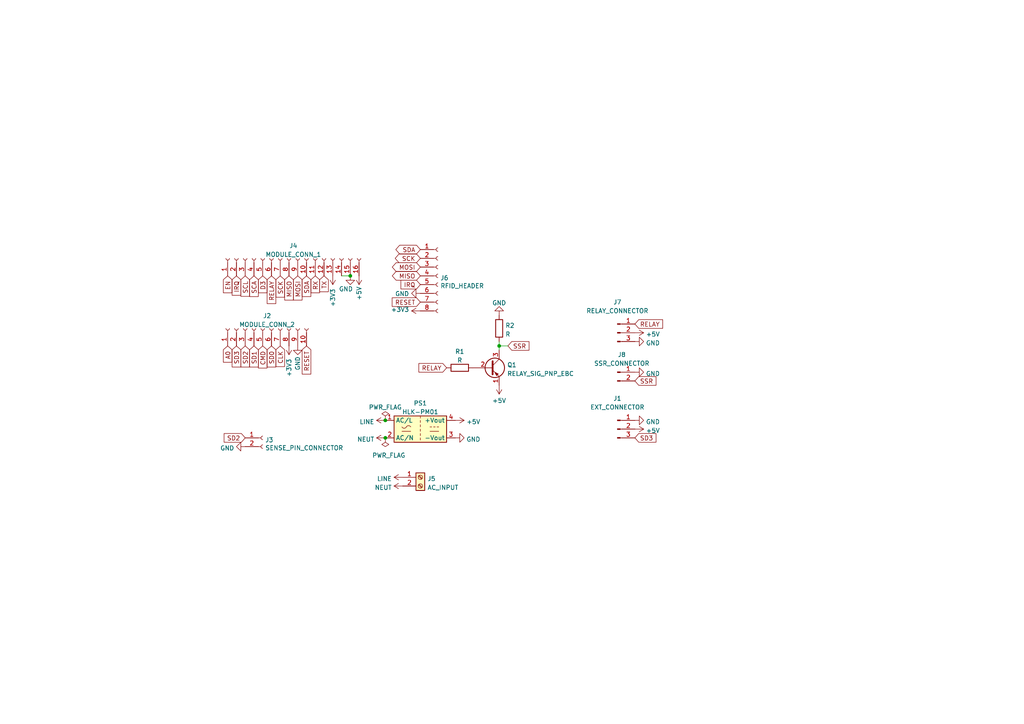
<source format=kicad_sch>
(kicad_sch (version 20211123) (generator eeschema)
  (paper "A4")
  (lib_symbols
    (symbol "Connector:Conn_01x02_Female" (pin_names (offset 1.016) hide)
      (property "Reference" "J" (at 0 2.54 0))
      (property "Value" "Conn_01x02_Female" (at 0 -5.08 0))
      (symbol "Conn_01x02_Female_1_1"
        (arc (start 0 -2.032) (mid -0.508 -2.54) (end 0 -3.048) (stroke (width 0.1524)))
        (polyline (pts (xy -1.27 -2.54) (xy -0.508 -2.54)) (stroke (width 0.1524)))
        (polyline (pts (xy -1.27 0) (xy -0.508 0)) (stroke (width 0.1524)))
        (arc (start 0 0.508) (mid -0.508 0) (end 0 -0.508) (stroke (width 0.1524)))
        (pin passive line (at -5.08 0 0) (length 3.81) (name "Pin_1") (number "1"))
        (pin passive line (at -5.08 -2.54 0) (length 3.81) (name "Pin_2") (number "2"))
      )
    )
    (symbol "Connector:Conn_01x02_Male" (pin_names (offset 1.016) hide)
      (property "Reference" "J" (at 0 2.54 0))
      (property "Value" "Conn_01x02_Male" (at 0 -5.08 0))
      (symbol "Conn_01x02_Male_1_1"
        (polyline (pts (xy 1.27 -2.54) (xy 0.8636 -2.54)) (stroke (width 0.1524)))
        (polyline (pts (xy 1.27 0) (xy 0.8636 0)) (stroke (width 0.1524)))
        (rectangle (start 0.8636 -2.413) (end 0 -2.667) (stroke (width 0.1524)) (fill (type outline)))
        (rectangle (start 0.8636 0.127) (end 0 -0.127) (stroke (width 0.1524)) (fill (type outline)))
        (pin passive line (at 5.08 0 180) (length 3.81) (name "Pin_1") (number "1"))
        (pin passive line (at 5.08 -2.54 180) (length 3.81) (name "Pin_2") (number "2"))
      )
    )
    (symbol "Connector:Conn_01x03_Male" (pin_names (offset 1.016) hide)
      (property "Reference" "J" (at 0 5.08 0))
      (property "Value" "Conn_01x03_Male" (at 0 -5.08 0))
      (symbol "Conn_01x03_Male_1_1"
        (polyline (pts (xy 1.27 -2.54) (xy 0.8636 -2.54)) (stroke (width 0.1524)))
        (polyline (pts (xy 1.27 0) (xy 0.8636 0)) (stroke (width 0.1524)))
        (polyline (pts (xy 1.27 2.54) (xy 0.8636 2.54)) (stroke (width 0.1524)))
        (rectangle (start 0.8636 -2.413) (end 0 -2.667) (stroke (width 0.1524)) (fill (type outline)))
        (rectangle (start 0.8636 0.127) (end 0 -0.127) (stroke (width 0.1524)) (fill (type outline)))
        (rectangle (start 0.8636 2.667) (end 0 2.413) (stroke (width 0.1524)) (fill (type outline)))
        (pin passive line (at 5.08 2.54 180) (length 3.81) (name "Pin_1") (number "1"))
        (pin passive line (at 5.08 0 180) (length 3.81) (name "Pin_2") (number "2"))
        (pin passive line (at 5.08 -2.54 180) (length 3.81) (name "Pin_3") (number "3"))
      )
    )
    (symbol "Connector:Conn_01x08_Female" (pin_names (offset 1.016) hide)
      (property "Reference" "J" (at 0 10.16 0))
      (property "Value" "Conn_01x08_Female" (at 0 -12.7 0))
      (symbol "Conn_01x08_Female_1_1"
        (arc (start 0 -9.652) (mid -0.508 -10.16) (end 0 -10.668) (stroke (width 0.1524)))
        (arc (start 0 -7.112) (mid -0.508 -7.62) (end 0 -8.128) (stroke (width 0.1524)))
        (arc (start 0 -4.572) (mid -0.508 -5.08) (end 0 -5.588) (stroke (width 0.1524)))
        (arc (start 0 -2.032) (mid -0.508 -2.54) (end 0 -3.048) (stroke (width 0.1524)))
        (polyline (pts (xy -1.27 -10.16) (xy -0.508 -10.16)) (stroke (width 0.1524)))
        (polyline (pts (xy -1.27 -7.62) (xy -0.508 -7.62)) (stroke (width 0.1524)))
        (polyline (pts (xy -1.27 -5.08) (xy -0.508 -5.08)) (stroke (width 0.1524)))
        (polyline (pts (xy -1.27 -2.54) (xy -0.508 -2.54)) (stroke (width 0.1524)))
        (polyline (pts (xy -1.27 0) (xy -0.508 0)) (stroke (width 0.1524)))
        (polyline (pts (xy -1.27 2.54) (xy -0.508 2.54)) (stroke (width 0.1524)))
        (polyline (pts (xy -1.27 5.08) (xy -0.508 5.08)) (stroke (width 0.1524)))
        (polyline (pts (xy -1.27 7.62) (xy -0.508 7.62)) (stroke (width 0.1524)))
        (arc (start 0 0.508) (mid -0.508 0) (end 0 -0.508) (stroke (width 0.1524)))
        (arc (start 0 3.048) (mid -0.508 2.54) (end 0 2.032) (stroke (width 0.1524)))
        (arc (start 0 5.588) (mid -0.508 5.08) (end 0 4.572) (stroke (width 0.1524)))
        (arc (start 0 8.128) (mid -0.508 7.62) (end 0 7.112) (stroke (width 0.1524)))
        (pin passive line (at -5.08 7.62 0) (length 3.81) (name "Pin_1") (number "1"))
        (pin passive line (at -5.08 5.08 0) (length 3.81) (name "Pin_2") (number "2"))
        (pin passive line (at -5.08 2.54 0) (length 3.81) (name "Pin_3") (number "3"))
        (pin passive line (at -5.08 0 0) (length 3.81) (name "Pin_4") (number "4"))
        (pin passive line (at -5.08 -2.54 0) (length 3.81) (name "Pin_5") (number "5"))
        (pin passive line (at -5.08 -5.08 0) (length 3.81) (name "Pin_6") (number "6"))
        (pin passive line (at -5.08 -7.62 0) (length 3.81) (name "Pin_7") (number "7"))
        (pin passive line (at -5.08 -10.16 0) (length 3.81) (name "Pin_8") (number "8"))
      )
    )
    (symbol "Connector:Conn_01x10_Female" (pin_names (offset 1.016) hide)
      (property "Reference" "J" (at 0 12.7 0))
      (property "Value" "Conn_01x10_Female" (at 0 -15.24 0))
      (symbol "Conn_01x10_Female_1_1"
        (arc (start 0 -12.192) (mid -0.508 -12.7) (end 0 -13.208) (stroke (width 0.1524)))
        (arc (start 0 -9.652) (mid -0.508 -10.16) (end 0 -10.668) (stroke (width 0.1524)))
        (arc (start 0 -7.112) (mid -0.508 -7.62) (end 0 -8.128) (stroke (width 0.1524)))
        (arc (start 0 -4.572) (mid -0.508 -5.08) (end 0 -5.588) (stroke (width 0.1524)))
        (arc (start 0 -2.032) (mid -0.508 -2.54) (end 0 -3.048) (stroke (width 0.1524)))
        (polyline (pts (xy -1.27 -12.7) (xy -0.508 -12.7)) (stroke (width 0.1524)))
        (polyline (pts (xy -1.27 -10.16) (xy -0.508 -10.16)) (stroke (width 0.1524)))
        (polyline (pts (xy -1.27 -7.62) (xy -0.508 -7.62)) (stroke (width 0.1524)))
        (polyline (pts (xy -1.27 -5.08) (xy -0.508 -5.08)) (stroke (width 0.1524)))
        (polyline (pts (xy -1.27 -2.54) (xy -0.508 -2.54)) (stroke (width 0.1524)))
        (polyline (pts (xy -1.27 0) (xy -0.508 0)) (stroke (width 0.1524)))
        (polyline (pts (xy -1.27 2.54) (xy -0.508 2.54)) (stroke (width 0.1524)))
        (polyline (pts (xy -1.27 5.08) (xy -0.508 5.08)) (stroke (width 0.1524)))
        (polyline (pts (xy -1.27 7.62) (xy -0.508 7.62)) (stroke (width 0.1524)))
        (polyline (pts (xy -1.27 10.16) (xy -0.508 10.16)) (stroke (width 0.1524)))
        (arc (start 0 0.508) (mid -0.508 0) (end 0 -0.508) (stroke (width 0.1524)))
        (arc (start 0 3.048) (mid -0.508 2.54) (end 0 2.032) (stroke (width 0.1524)))
        (arc (start 0 5.588) (mid -0.508 5.08) (end 0 4.572) (stroke (width 0.1524)))
        (arc (start 0 8.128) (mid -0.508 7.62) (end 0 7.112) (stroke (width 0.1524)))
        (arc (start 0 10.668) (mid -0.508 10.16) (end 0 9.652) (stroke (width 0.1524)))
        (pin passive line (at -5.08 10.16 0) (length 3.81) (name "Pin_1") (number "1"))
        (pin passive line (at -5.08 -12.7 0) (length 3.81) (name "Pin_10") (number "10"))
        (pin passive line (at -5.08 7.62 0) (length 3.81) (name "Pin_2") (number "2"))
        (pin passive line (at -5.08 5.08 0) (length 3.81) (name "Pin_3") (number "3"))
        (pin passive line (at -5.08 2.54 0) (length 3.81) (name "Pin_4") (number "4"))
        (pin passive line (at -5.08 0 0) (length 3.81) (name "Pin_5") (number "5"))
        (pin passive line (at -5.08 -2.54 0) (length 3.81) (name "Pin_6") (number "6"))
        (pin passive line (at -5.08 -5.08 0) (length 3.81) (name "Pin_7") (number "7"))
        (pin passive line (at -5.08 -7.62 0) (length 3.81) (name "Pin_8") (number "8"))
        (pin passive line (at -5.08 -10.16 0) (length 3.81) (name "Pin_9") (number "9"))
      )
    )
    (symbol "Connector:Conn_01x16_Female" (pin_names (offset 1.016) hide)
      (property "Reference" "J" (at 0 20.32 0))
      (property "Value" "Conn_01x16_Female" (at 0 -22.86 0))
      (symbol "Conn_01x16_Female_1_1"
        (arc (start 0 -19.812) (mid -0.508 -20.32) (end 0 -20.828) (stroke (width 0.1524)))
        (arc (start 0 -17.272) (mid -0.508 -17.78) (end 0 -18.288) (stroke (width 0.1524)))
        (arc (start 0 -14.732) (mid -0.508 -15.24) (end 0 -15.748) (stroke (width 0.1524)))
        (arc (start 0 -12.192) (mid -0.508 -12.7) (end 0 -13.208) (stroke (width 0.1524)))
        (arc (start 0 -9.652) (mid -0.508 -10.16) (end 0 -10.668) (stroke (width 0.1524)))
        (arc (start 0 -7.112) (mid -0.508 -7.62) (end 0 -8.128) (stroke (width 0.1524)))
        (arc (start 0 -4.572) (mid -0.508 -5.08) (end 0 -5.588) (stroke (width 0.1524)))
        (arc (start 0 -2.032) (mid -0.508 -2.54) (end 0 -3.048) (stroke (width 0.1524)))
        (polyline (pts (xy -1.27 -20.32) (xy -0.508 -20.32)) (stroke (width 0.1524)))
        (polyline (pts (xy -1.27 -17.78) (xy -0.508 -17.78)) (stroke (width 0.1524)))
        (polyline (pts (xy -1.27 -15.24) (xy -0.508 -15.24)) (stroke (width 0.1524)))
        (polyline (pts (xy -1.27 -12.7) (xy -0.508 -12.7)) (stroke (width 0.1524)))
        (polyline (pts (xy -1.27 -10.16) (xy -0.508 -10.16)) (stroke (width 0.1524)))
        (polyline (pts (xy -1.27 -7.62) (xy -0.508 -7.62)) (stroke (width 0.1524)))
        (polyline (pts (xy -1.27 -5.08) (xy -0.508 -5.08)) (stroke (width 0.1524)))
        (polyline (pts (xy -1.27 -2.54) (xy -0.508 -2.54)) (stroke (width 0.1524)))
        (polyline (pts (xy -1.27 0) (xy -0.508 0)) (stroke (width 0.1524)))
        (polyline (pts (xy -1.27 2.54) (xy -0.508 2.54)) (stroke (width 0.1524)))
        (polyline (pts (xy -1.27 5.08) (xy -0.508 5.08)) (stroke (width 0.1524)))
        (polyline (pts (xy -1.27 7.62) (xy -0.508 7.62)) (stroke (width 0.1524)))
        (polyline (pts (xy -1.27 10.16) (xy -0.508 10.16)) (stroke (width 0.1524)))
        (polyline (pts (xy -1.27 12.7) (xy -0.508 12.7)) (stroke (width 0.1524)))
        (polyline (pts (xy -1.27 15.24) (xy -0.508 15.24)) (stroke (width 0.1524)))
        (polyline (pts (xy -1.27 17.78) (xy -0.508 17.78)) (stroke (width 0.1524)))
        (arc (start 0 0.508) (mid -0.508 0) (end 0 -0.508) (stroke (width 0.1524)))
        (arc (start 0 3.048) (mid -0.508 2.54) (end 0 2.032) (stroke (width 0.1524)))
        (arc (start 0 5.588) (mid -0.508 5.08) (end 0 4.572) (stroke (width 0.1524)))
        (arc (start 0 8.128) (mid -0.508 7.62) (end 0 7.112) (stroke (width 0.1524)))
        (arc (start 0 10.668) (mid -0.508 10.16) (end 0 9.652) (stroke (width 0.1524)))
        (arc (start 0 13.208) (mid -0.508 12.7) (end 0 12.192) (stroke (width 0.1524)))
        (arc (start 0 15.748) (mid -0.508 15.24) (end 0 14.732) (stroke (width 0.1524)))
        (arc (start 0 18.288) (mid -0.508 17.78) (end 0 17.272) (stroke (width 0.1524)))
        (pin passive line (at -5.08 17.78 0) (length 3.81) (name "Pin_1") (number "1"))
        (pin passive line (at -5.08 -5.08 0) (length 3.81) (name "Pin_10") (number "10"))
        (pin passive line (at -5.08 -7.62 0) (length 3.81) (name "Pin_11") (number "11"))
        (pin passive line (at -5.08 -10.16 0) (length 3.81) (name "Pin_12") (number "12"))
        (pin passive line (at -5.08 -12.7 0) (length 3.81) (name "Pin_13") (number "13"))
        (pin passive line (at -5.08 -15.24 0) (length 3.81) (name "Pin_14") (number "14"))
        (pin passive line (at -5.08 -17.78 0) (length 3.81) (name "Pin_15") (number "15"))
        (pin passive line (at -5.08 -20.32 0) (length 3.81) (name "Pin_16") (number "16"))
        (pin passive line (at -5.08 15.24 0) (length 3.81) (name "Pin_2") (number "2"))
        (pin passive line (at -5.08 12.7 0) (length 3.81) (name "Pin_3") (number "3"))
        (pin passive line (at -5.08 10.16 0) (length 3.81) (name "Pin_4") (number "4"))
        (pin passive line (at -5.08 7.62 0) (length 3.81) (name "Pin_5") (number "5"))
        (pin passive line (at -5.08 5.08 0) (length 3.81) (name "Pin_6") (number "6"))
        (pin passive line (at -5.08 2.54 0) (length 3.81) (name "Pin_7") (number "7"))
        (pin passive line (at -5.08 0 0) (length 3.81) (name "Pin_8") (number "8"))
        (pin passive line (at -5.08 -2.54 0) (length 3.81) (name "Pin_9") (number "9"))
      )
    )
    (symbol "Connector:Screw_Terminal_01x02" (pin_names (offset 1.016) hide)
      (property "Reference" "J" (at 0 2.54 0))
      (property "Value" "Screw_Terminal_01x02" (at 0 -5.08 0))
      (symbol "Screw_Terminal_01x02_1_1"
        (rectangle (start -1.27 1.27) (end 1.27 -3.81) (stroke (width 0.254)) (fill (type background)))
        (circle (center 0 -2.54) (radius 0.635) (stroke (width 0.1524)))
        (polyline (pts (xy -0.5334 -2.2098) (xy 0.3302 -3.048)) (stroke (width 0.1524)))
        (polyline (pts (xy -0.5334 0.3302) (xy 0.3302 -0.508)) (stroke (width 0.1524)))
        (polyline (pts (xy -0.3556 -2.032) (xy 0.508 -2.8702)) (stroke (width 0.1524)))
        (polyline (pts (xy -0.3556 0.508) (xy 0.508 -0.3302)) (stroke (width 0.1524)))
        (circle (center 0 0) (radius 0.635) (stroke (width 0.1524)))
        (pin passive line (at -5.08 0 0) (length 3.81) (name "Pin_1") (number "1"))
        (pin passive line (at -5.08 -2.54 0) (length 3.81) (name "Pin_2") (number "2"))
      )
    )
    (symbol "Converter_ACDC:HLK-PM01"
      (property "Reference" "PS" (at 0 5.08 0))
      (property "Value" "HLK-PM01" (at 0 -5.08 0))
      (symbol "HLK-PM01_0_1"
        (rectangle (start -7.62 3.81) (end 7.62 -3.81) (stroke (width 0.254)) (fill (type background)))
        (arc (start -5.334 0.635) (mid -4.699 0.2495) (end -4.064 0.635))
        (arc (start -2.794 0.635) (mid -3.429 1.0072) (end -4.064 0.635))
        (polyline (pts (xy -5.334 -0.635) (xy -2.794 -0.635)))
        (polyline (pts (xy 0 -2.54) (xy 0 -3.175)))
        (polyline (pts (xy 0 -1.27) (xy 0 -1.905)))
        (polyline (pts (xy 0 0) (xy 0 -0.635)))
        (polyline (pts (xy 0 1.27) (xy 0 0.635)))
        (polyline (pts (xy 0 2.54) (xy 0 1.905)))
        (polyline (pts (xy 0 3.81) (xy 0 3.175)))
        (polyline (pts (xy 2.794 -0.635) (xy 5.334 -0.635)))
        (polyline (pts (xy 2.794 0.635) (xy 3.302 0.635)))
        (polyline (pts (xy 3.81 0.635) (xy 4.318 0.635)))
        (polyline (pts (xy 4.826 0.635) (xy 5.334 0.635)))
      )
      (symbol "HLK-PM01_1_1"
        (pin power_in line (at -10.16 2.54 0) (length 2.54) (name "AC/L") (number "1"))
        (pin power_in line (at -10.16 -2.54 0) (length 2.54) (name "AC/N") (number "2"))
        (pin power_out line (at 10.16 -2.54 180) (length 2.54) (name "-Vout") (number "3"))
        (pin power_out line (at 10.16 2.54 180) (length 2.54) (name "+Vout") (number "4"))
      )
    )
    (symbol "Device:Q_PNP_EBC" (pin_names (offset 0) hide)
      (property "Reference" "Q" (at 5.08 1.27 0))
      (property "Value" "Q_PNP_EBC" (at 5.08 -1.27 0))
      (symbol "Q_PNP_EBC_0_1"
        (polyline (pts (xy 0.635 0.635) (xy 2.54 2.54)))
        (polyline (pts (xy 0.635 -0.635) (xy 2.54 -2.54) (xy 2.54 -2.54)))
        (polyline (pts (xy 0.635 1.905) (xy 0.635 -1.905) (xy 0.635 -1.905)) (stroke (width 0.508)))
        (polyline (pts (xy 2.286 -1.778) (xy 1.778 -2.286) (xy 1.27 -1.27) (xy 2.286 -1.778) (xy 2.286 -1.778)) (fill (type outline)))
        (circle (center 1.27 0) (radius 2.8194) (stroke (width 0.254)))
      )
      (symbol "Q_PNP_EBC_1_1"
        (pin passive line (at 2.54 -5.08 90) (length 2.54) (name "E") (number "1"))
        (pin input line (at -5.08 0 0) (length 5.715) (name "B") (number "2"))
        (pin passive line (at 2.54 5.08 270) (length 2.54) (name "C") (number "3"))
      )
    )
    (symbol "Device:R" (pin_numbers hide) (pin_names (offset 0))
      (property "Reference" "R" (at 2.032 0 90))
      (property "Value" "R" (at 0 0 90))
      (symbol "R_0_1"
        (rectangle (start -1.016 -2.54) (end 1.016 2.54) (stroke (width 0.254)))
      )
      (symbol "R_1_1"
        (pin passive line (at 0 3.81 270) (length 1.27) (name "~") (number "1"))
        (pin passive line (at 0 -3.81 90) (length 1.27) (name "~") (number "2"))
      )
    )
    (symbol "power:+3.3V" (power) (pin_names (offset 0))
      (property "Value" "+3.3V" (at 0 3.556 0))
      (symbol "+3.3V_0_1"
        (polyline (pts (xy -0.762 1.27) (xy 0 2.54)))
        (polyline (pts (xy 0 0) (xy 0 2.54)))
        (polyline (pts (xy 0 2.54) (xy 0.762 1.27)))
      )
      (symbol "+3.3V_1_1"
        (pin power_in line (at 0 0 90) (length 0) hide (name "+3V3") (number "1"))
      )
    )
    (symbol "power:+5V" (power) (pin_names (offset 0))
      (property "Value" "+5V" (at 0 3.556 0))
      (symbol "+5V_0_1"
        (polyline (pts (xy -0.762 1.27) (xy 0 2.54)))
        (polyline (pts (xy 0 0) (xy 0 2.54)))
        (polyline (pts (xy 0 2.54) (xy 0.762 1.27)))
      )
      (symbol "+5V_1_1"
        (pin power_in line (at 0 0 90) (length 0) hide (name "+5V") (number "1"))
      )
    )
    (symbol "power:GND" (power) (pin_names (offset 0))
      (property "Value" "GND" (at 0 -3.81 0))
      (symbol "GND_0_1"
        (polyline (pts (xy 0 0) (xy 0 -1.27) (xy 1.27 -1.27) (xy 0 -2.54) (xy -1.27 -1.27) (xy 0 -1.27)))
      )
      (symbol "GND_1_1"
        (pin power_in line (at 0 0 270) (length 0) hide (name "GND") (number "1"))
      )
    )
    (symbol "power:LINE" (power) (pin_names (offset 0))
      (property "Value" "LINE" (at 0 3.81 0))
      (symbol "LINE_0_1"
        (polyline (pts (xy -0.762 1.27) (xy 0 2.54)))
        (polyline (pts (xy 0 0) (xy 0 2.54)))
        (polyline (pts (xy 0 2.54) (xy 0.762 1.27)))
      )
      (symbol "LINE_1_1"
        (pin power_in line (at 0 0 90) (length 0) hide (name "LINE") (number "1"))
      )
    )
    (symbol "power:NEUT" (power) (pin_names (offset 0))
      (property "Value" "NEUT" (at 0 3.81 0))
      (symbol "NEUT_0_1"
        (polyline (pts (xy -0.762 1.27) (xy 0 2.54)))
        (polyline (pts (xy 0 0) (xy 0 2.54)))
        (polyline (pts (xy 0 2.54) (xy 0.762 1.27)))
      )
      (symbol "NEUT_1_1"
        (pin power_in line (at 0 0 90) (length 0) hide (name "NEUT") (number "1"))
      )
    )
    (symbol "power:PWR_FLAG" (power) (pin_numbers hide) (pin_names (offset 0) hide)
      (property "Value" "PWR_FLAG" (at 0 3.81 0))
      (symbol "PWR_FLAG_0_0"
        (pin power_out line (at 0 0 90) (length 0) (name "pwr") (number "1"))
      )
      (symbol "PWR_FLAG_0_1"
        (polyline (pts (xy 0 0) (xy 0 1.27) (xy -1.016 1.905) (xy 0 2.54) (xy 1.016 1.905) (xy 0 1.27)))
      )
    )
  )
  (junction (at 111.76 121.92))
  (junction (at 111.76 127))
  (junction (at 144.78 100.33))
  (junction (at 101.6 80.01))
  (wire (pts (xy 144.78 100.33) (xy 147.32 100.33)))
  (wire (pts (xy 144.78 100.33) (xy 144.78 101.6)))
  (wire (pts (xy 144.78 99.06) (xy 144.78 100.33)))
  (wire (pts (xy 99.06 80.01) (xy 101.6 80.01)))
  (global_label "CLK" (shape input) (at 81.28 100.33 270) (property "Intersheet References" "${INTERSHEET_REFS}" (effects hide)))
  (global_label "RELAY" (shape input) (at 78.74 80.01 270) (property "Intersheet References" "${INTERSHEET_REFS}" (effects hide)))
  (global_label "CMD" (shape input) (at 76.2 100.33 270) (property "Intersheet References" "${INTERSHEET_REFS}" (effects hide)))
  (global_label "MOSI" (shape input) (at 86.36 80.01 270) (property "Intersheet References" "${INTERSHEET_REFS}" (effects hide)))
  (global_label "RESET" (shape input) (at 88.9 100.33 270) (property "Intersheet References" "${INTERSHEET_REFS}" (effects hide)))
  (global_label "IRQ" (shape input) (at 68.58 80.01 270) (property "Intersheet References" "${INTERSHEET_REFS}" (effects hide)))
  (global_label "SD3" (shape input) (at 68.58 100.33 270) (property "Intersheet References" "${INTERSHEET_REFS}" (effects hide)))
  (global_label "SSR" (shape input) (at 184.15 110.49 0) (property "Intersheet References" "${INTERSHEET_REFS}" (effects hide)))
  (global_label "SSR" (shape input) (at 147.32 100.33 0) (property "Intersheet References" "${INTERSHEET_REFS}" (effects hide)))
  (global_label "EN" (shape input) (at 66.04 80.01 270) (property "Intersheet References" "${INTERSHEET_REFS}" (effects hide)))
  (global_label "RELAY" (shape input) (at 184.15 93.98 0) (property "Intersheet References" "${INTERSHEET_REFS}" (effects hide)))
  (global_label "SDA" (shape tri_state) (at 121.92 72.39 180) (property "Intersheet References" "${INTERSHEET_REFS}" (effects hide)))
  (global_label "SCK" (shape input) (at 81.28 80.01 270) (property "Intersheet References" "${INTERSHEET_REFS}" (effects hide)))
  (global_label "RELAY" (shape input) (at 129.54 106.68 180) (property "Intersheet References" "${INTERSHEET_REFS}" (effects hide)))
  (global_label "SCL" (shape input) (at 71.12 80.01 270) (property "Intersheet References" "${INTERSHEET_REFS}" (effects hide)))
  (global_label "TX" (shape input) (at 93.98 80.01 270) (property "Intersheet References" "${INTERSHEET_REFS}" (effects hide)))
  (global_label "RESET" (shape input) (at 121.92 87.63 180) (property "Intersheet References" "${INTERSHEET_REFS}" (effects hide)))
  (global_label "RX" (shape input) (at 91.44 80.01 270) (property "Intersheet References" "${INTERSHEET_REFS}" (effects hide)))
  (global_label "MOSI" (shape tri_state) (at 121.92 77.47 180) (property "Intersheet References" "${INTERSHEET_REFS}" (effects hide)))
  (global_label "SCK" (shape tri_state) (at 121.92 74.93 180) (property "Intersheet References" "${INTERSHEET_REFS}" (effects hide)))
  (global_label "MISO" (shape input) (at 83.82 80.01 270) (property "Intersheet References" "${INTERSHEET_REFS}" (effects hide)))
  (global_label "SD1" (shape input) (at 73.66 100.33 270) (property "Intersheet References" "${INTERSHEET_REFS}" (effects hide)))
  (global_label "MISO" (shape tri_state) (at 121.92 80.01 180) (property "Intersheet References" "${INTERSHEET_REFS}" (effects hide)))
  (global_label "SD3" (shape input) (at 184.15 127 0) (property "Intersheet References" "${INTERSHEET_REFS}" (effects hide)))
  (global_label "IRQ" (shape input) (at 121.92 82.55 180) (property "Intersheet References" "${INTERSHEET_REFS}" (effects hide)))
  (global_label "SD0" (shape input) (at 78.74 100.33 270) (property "Intersheet References" "${INTERSHEET_REFS}" (effects hide)))
  (global_label "SD2" (shape input) (at 71.12 127 180) (property "Intersheet References" "${INTERSHEET_REFS}" (effects hide)))
  (global_label "A0" (shape input) (at 66.04 100.33 270) (property "Intersheet References" "${INTERSHEET_REFS}" (effects hide)))
  (global_label "D3" (shape input) (at 76.2 80.01 270) (property "Intersheet References" "${INTERSHEET_REFS}" (effects hide)))
  (global_label "SDA" (shape input) (at 88.9 80.01 270) (property "Intersheet References" "${INTERSHEET_REFS}" (effects hide)))
  (global_label "SD2" (shape input) (at 71.12 100.33 270) (property "Intersheet References" "${INTERSHEET_REFS}" (effects hide)))
  (global_label "SCA" (shape input) (at 73.66 80.01 270) (property "Intersheet References" "${INTERSHEET_REFS}" (effects hide)))
  (symbol (lib_id "Connector:Conn_01x08_Female") (at 127 80.01 0) (unit 1)
    (property "Reference" "J6" (at 127.7112 80.6196 0) (effects (justify left)))
    (property "Value" "RFID_HEADER" (at 127.7112 82.931 0) (effects (justify left)))
    (property "Footprint" "Connector_PinSocket_2.54mm:PinSocket_1x08_P2.54mm_Vertical" (effects hide))
  )
  (symbol (lib_id "power:GND") (at 121.92 85.09 270) (unit 1)
    (property "Reference" "#PWR013" (effects hide))
    (property "Value" "GND" (at 118.6688 85.217 90) (effects (justify right)))
  )
  (symbol (lib_id "power:+3.3V") (at 121.92 90.17 90) (unit 1)
    (property "Reference" "#PWR014" (effects hide))
    (property "Value" "+3.3V" (at 118.6688 89.789 90) (effects (justify left)))
  )
  (symbol (lib_id "Connector:Conn_01x02_Female") (at 76.2 127 0) (unit 1)
    (property "Reference" "J3" (at 76.9112 127.6096 0) (effects (justify left)))
    (property "Value" "SENSE_PIN_CONNECTOR" (at 76.9112 129.921 0) (effects (justify left)))
    (property "Footprint" "Connector_PinHeader_2.54mm:PinHeader_1x02_P2.54mm_Vertical" (effects hide))
  )
  (symbol (lib_id "power:LINE") (at 116.84 138.43 90) (unit 1)
    (property "Reference" "#PWR011" (effects hide))
    (property "Value" "LINE" (at 113.665 138.8638 90) (effects (justify left)))
  )
  (symbol (lib_id "power:+5V") (at 132.08 121.92 270) (unit 1)
    (property "Reference" "#PWR015" (effects hide))
    (property "Value" "+5V" (at 135.255 122.3538 90) (effects (justify left)))
  )
  (symbol (lib_id "power:GND") (at 101.6 80.01 0) (unit 1)
    (property "Reference" "#PWR07" (effects hide))
    (property "Value" "GND" (at 100.33 83.82 0))
  )
  (symbol (lib_id "power:LINE") (at 111.76 121.92 90) (unit 1)
    (property "Reference" "#PWR09" (effects hide))
    (property "Value" "LINE" (at 108.585 122.3538 90) (effects (justify left)))
  )
  (symbol (lib_id "Device:R") (at 133.35 106.68 90) (unit 1)
    (property "Reference" "R1" (at 133.35 101.9642 90))
    (property "Value" "R" (at 133.35 104.5011 90))
    (property "Footprint" "Resistor_THT:R_Axial_DIN0204_L3.6mm_D1.6mm_P7.62mm_Horizontal" (effects hide))
  )
  (symbol (lib_id "power:GND") (at 144.78 91.44 180) (unit 1)
    (property "Reference" "#PWR017" (effects hide))
    (property "Value" "GND" (at 144.78 87.8642 0))
  )
  (symbol (lib_id "power:+5V") (at 184.15 124.46 270) (unit 1)
    (property "Reference" "#PWR03" (effects hide))
    (property "Value" "+5V" (at 187.325 124.8938 90) (effects (justify left)))
  )
  (symbol (lib_id "Connector:Conn_01x03_Male") (at 179.07 96.52 0) (unit 1)
    (property "Reference" "J7" (at 179.07 87.63 0))
    (property "Value" "RELAY_CONNECTOR" (at 179.07 90.17 0))
    (property "Footprint" "Connector_PinHeader_2.54mm:PinHeader_1x03_P2.54mm_Vertical" (effects hide))
  )
  (symbol (lib_id "power:NEUT") (at 116.84 140.97 90) (unit 1)
    (property "Reference" "#PWR012" (effects hide))
    (property "Value" "NEUT" (at 113.665 141.4038 90) (effects (justify left)))
  )
  (symbol (lib_id "power:GND") (at 132.08 127 90) (unit 1)
    (property "Reference" "#PWR016" (effects hide))
    (property "Value" "GND" (at 135.255 127.4338 90) (effects (justify right)))
  )
  (symbol (lib_id "power:+5V") (at 184.15 96.52 270) (unit 1)
    (property "Reference" "#PWR019" (effects hide))
    (property "Value" "+5V" (at 187.325 96.9538 90) (effects (justify left)))
  )
  (symbol (lib_id "power:+3.3V") (at 83.82 100.33 180) (unit 1)
    (property "Reference" "#PWR04" (effects hide))
    (property "Value" "+3.3V" (at 83.82 106.68 90))
  )
  (symbol (lib_id "power:PWR_FLAG") (at 111.76 121.92 0) (unit 1)
    (property "Reference" "#FLG01" (effects hide))
    (property "Value" "PWR_FLAG" (at 111.76 118.11 0))
  )
  (symbol (lib_id "power:GND") (at 71.12 129.54 270) (unit 1)
    (property "Reference" "#PWR01" (effects hide))
    (property "Value" "GND" (at 67.9451 129.9738 90) (effects (justify right)))
  )
  (symbol (lib_id "power:+3.3V") (at 96.52 80.01 180) (unit 1)
    (property "Reference" "#PWR06" (effects hide))
    (property "Value" "+3.3V" (at 96.52 86.36 90))
  )
  (symbol (lib_id "Converter_ACDC:HLK-PM01") (at 121.92 124.46 0) (unit 1)
    (property "Reference" "PS1" (at 121.92 116.9502 0))
    (property "Value" "HLK-PM01" (at 121.92 119.4871 0))
    (property "Footprint" "Converter_ACDC:Converter_ACDC_HiLink_HLK-PMxx" (effects hide))
    (property "Datasheet" "http://www.hlktech.net/product_detail.php?ProId=54" (effects hide))
  )
  (symbol (lib_id "power:NEUT") (at 111.76 127 90) (unit 1)
    (property "Reference" "#PWR010" (effects hide))
    (property "Value" "NEUT" (at 108.585 127.4338 90) (effects (justify left)))
  )
  (symbol (lib_id "power:PWR_FLAG") (at 111.76 127 180) (unit 1)
    (property "Reference" "#FLG02" (effects hide))
    (property "Value" "PWR_FLAG" (at 107.95 132.08 0) (effects (justify right)))
  )
  (symbol (lib_id "Connector:Conn_01x03_Male") (at 179.07 124.46 0) (unit 1)
    (property "Reference" "J1" (at 179.07 115.57 0))
    (property "Value" "EXT_CONNECTOR" (at 179.07 118.11 0))
    (property "Footprint" "Connector_PinHeader_2.54mm:PinHeader_1x03_P2.54mm_Vertical" (effects hide))
  )
  (symbol (lib_id "power:GND") (at 184.15 107.95 90) (unit 1)
    (property "Reference" "#PWR021" (effects hide))
    (property "Value" "GND" (at 187.325 108.3838 90) (effects (justify right)))
  )
  (symbol (lib_id "power:+5V") (at 144.78 111.76 180) (unit 1)
    (property "Reference" "#PWR018" (effects hide))
    (property "Value" "+5V" (at 144.78 116.2034 0))
  )
  (symbol (lib_id "Connector:Conn_01x16_Female") (at 83.82 74.93 90) (unit 1)
    (property "Reference" "J4" (at 85.09 71.281 90))
    (property "Value" "MODULE_CONN_1" (at 85.09 73.8179 90))
    (property "Footprint" "Connector_PinSocket_2.54mm:PinSocket_1x16_P2.54mm_Vertical" (effects hide))
  )
  (symbol (lib_id "power:+5V") (at 104.14 80.01 180) (unit 1)
    (property "Reference" "#PWR08" (effects hide))
    (property "Value" "+5V" (at 104.14 85.09 90))
  )
  (symbol (lib_id "Connector:Conn_01x02_Male") (at 179.07 107.95 0) (unit 1)
    (property "Reference" "J8" (at 180.34 102.87 0))
    (property "Value" "SSR_CONNECTOR" (at 180.34 105.41 0))
    (property "Footprint" "Connector_PinHeader_2.54mm:PinHeader_1x02_P2.54mm_Vertical" (effects hide))
  )
  (symbol (lib_id "power:GND") (at 184.15 121.92 90) (unit 1)
    (property "Reference" "#PWR02" (effects hide))
    (property "Value" "GND" (at 187.325 122.3538 90) (effects (justify right)))
  )
  (symbol (lib_id "power:GND") (at 86.36 100.33 0) (unit 1)
    (property "Reference" "#PWR05" (effects hide))
    (property "Value" "GND" (at 86.36 105.41 90))
  )
  (symbol (lib_id "Connector:Screw_Terminal_01x02") (at 121.92 138.43 0) (unit 1)
    (property "Reference" "J5" (at 123.952 138.8653 0) (effects (justify left)))
    (property "Value" "AC_INPUT" (at 123.952 141.4022 0) (effects (justify left)))
    (property "Footprint" "TerminalBlock:TerminalBlock_Altech_AK300-2_P5.00mm" (effects hide))
  )
  (symbol (lib_id "Connector:Conn_01x10_Female") (at 76.2 95.25 90) (unit 1)
    (property "Reference" "J2" (at 77.47 91.601 90))
    (property "Value" "MODULE_CONN_2" (at 77.47 94.1379 90))
    (property "Footprint" "Connector_PinSocket_2.54mm:PinSocket_1x10_P2.54mm_Vertical" (effects hide))
  )
  (symbol (lib_id "power:GND") (at 184.15 99.06 90) (unit 1)
    (property "Reference" "#PWR020" (effects hide))
    (property "Value" "GND" (at 187.325 99.4938 90) (effects (justify right)))
  )
  (symbol (lib_id "Device:R") (at 144.78 95.25 180) (unit 1)
    (property "Reference" "R2" (at 146.558 94.4153 0) (effects (justify right)))
    (property "Value" "R" (at 146.558 96.9522 0) (effects (justify right)))
    (property "Footprint" "Resistor_THT:R_Axial_DIN0204_L3.6mm_D1.6mm_P7.62mm_Horizontal" (effects hide))
  )
  (symbol (lib_id "Device:Q_PNP_EBC") (at 142.24 106.68 0) (unit 1)
    (property "Reference" "Q1" (at 147.0914 105.8453 0) (effects (justify left)))
    (property "Value" "RELAY_SIG_PNP_EBC" (at 147.0914 108.3822 0) (effects (justify left)))
    (property "Footprint" "Package_TO_SOT_THT:TO-92" (effects hide))
  )
)
</source>
